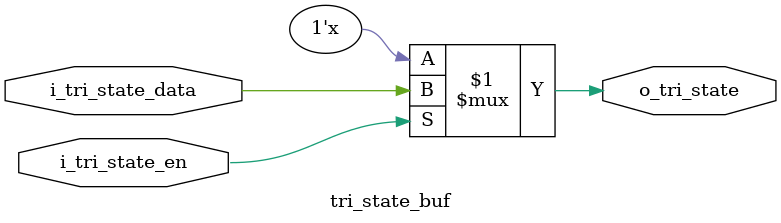
<source format=v>

module tri_state_buf (
	input  wire  i_tri_state_data ,
	input  wire  i_tri_state_en   ,
	output wire  o_tri_state       );

	assign o_tri_state = (i_tri_state_en)?i_tri_state_data:1'bz;
	
endmodule
</source>
